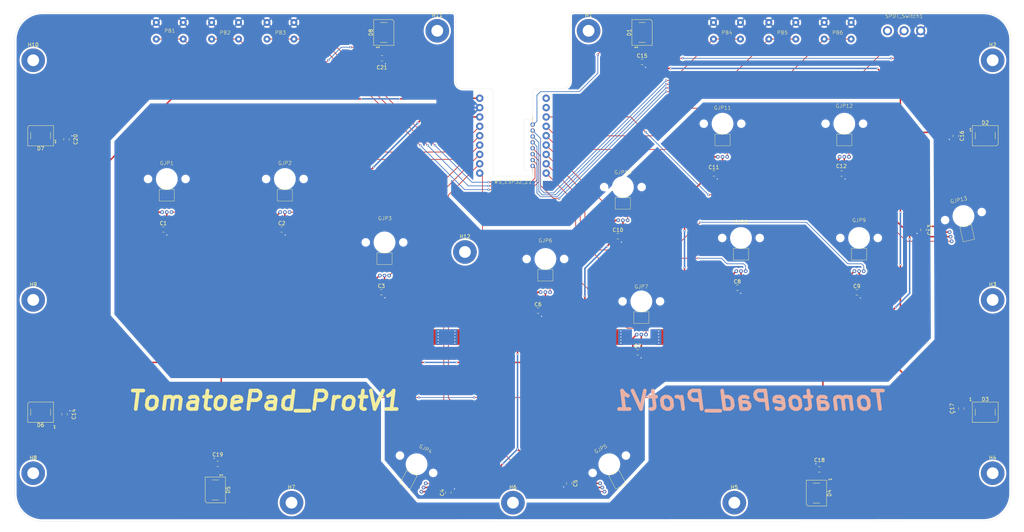
<source format=kicad_pcb>
(kicad_pcb (version 20241229) (generator "pcbnew") (generator_version "9.0")
  (layers (0 "F.Cu" signal) (2 "B.Cu" signal) (13 "F.Paste" user) (15 "B.Paste" user) (5 "F.SilkS" user "F.Silkscreen") (7 "B.SilkS" user "B.Silkscreen") (1 "F.Mask" user) (3 "B.Mask" user) (25 "Edge.Cuts" user))
  (net 0 "")
  (net 1 "+3V3")
  (net 2 "GND")
  (net 3 "+5V")
  (net 4 "Net-(D2-DOUT)")
  (net 5 "/LED_D")
  (net 6 "Net-(D1-DOUT)")
  (net 7 "Net-(D3-DOUT)")
  (net 8 "Net-(D4-DOUT)")
  (net 9 "Net-(D5-DOUT)")
  (net 10 "Net-(D6-DOUT)")
  (net 11 "/HE1")
  (net 12 "/HE2")
  (net 13 "/HE3")
  (net 14 "/HE5")
  (net 15 "/HE7")
  (net 16 "/HE8")
  (net 17 "/HE9")
  (net 18 "/HE10")
  (net 19 "/HE11")
  (net 20 "/HE12")
  (net 21 "/HE13")
  (net 22 "/HE6")
  (net 23 "/HE4")
  (net 24 "/PB1")
  (net 25 "/PB2")
  (net 26 "/PB3")
  (net 27 "/PB4")
  (net 28 "/PB5")
  (net 29 "/PB6")
  (net 30 "/SW1")
  (net 34 "Net-(D7-DOUT)")
  (footprint "Capacitor_SMD:C_0805_2012Metric" (layer "F.Cu") (at 212.946699 194.955699 -90)
    (property "Reference" "C5")
    (property "Value" "C_Small")
  )
  (footprint "HE_Leverless_Library:1P2T_SPDT_Switch" (layer "F.Cu") (at 303.696699 72.196701)
    (property "Reference" "SPDT_Switch1")
    (property "Value" "~")
  )
  (footprint "HE_Leverless_Library:6x6_PushButton" (layer "F.Cu") (at 134.696699 72.196701 180)
    (property "Reference" "PB3")
    (property "Value" "~")
  )
  (footprint "LED_SMD:LED_WS2812B_PLCC4_5.0x5.0mm_P3.2mm" (layer "F.Cu") (at 162.696699 72.655699 90)
    (property "Reference" "D8")
    (property "Value" "WS2812B")
  )
  (footprint "Capacitor_SMD:C_0805_2012Metric" (layer "F.Cu") (at 204.496698 148.096699)
    (property "Reference" "C6")
    (property "Value" "C_Small")
  )
  (footprint "Capacitor_SMD:C_0805_2012Metric" (layer "F.Cu") (at 180.196699 197.455699 90)
    (property "Reference" "C4")
    (property "Value" "C_Small")
  )
  (footprint "Capacitor_SMD:C_0805_2012Metric" (layer "F.Cu") (at 226.146699 127.905699)
    (property "Reference" "C10")
    (property "Value" "C_Small")
  )
  (footprint "HE_Leverless_Library:Gateron_Jade_Pro" (layer "F.Cu") (at 232.496698 145.596699)
    (property "Reference" "GJP7")
    (property "Value" "~")
  )
  (footprint "Capacitor_SMD:C_0805_2012Metric" (layer "F.Cu") (at 76.696699 101.655699 90)
    (property "Reference" "C20")
    (property "Value" "C_Small")
  )
  (footprint "HE_Leverless_Library:Gateron_Jade_Pro" (layer "F.Cu") (at 206.496698 134.096699)
    (property "Reference" "GJP6")
    (property "Value" "~")
  )
  (footprint "HE_Leverless_Library:6x6_PushButton" (layer "F.Cu") (at 270.696699 72.196701 180)
    (property "Reference" "PB5")
    (property "Value" "~")
  )
  (footprint "HE_Leverless_Library:Gateron_Jade_Pro" (layer "F.Cu") (at 135.8967 112.396699)
    (property "Reference" "GJP2")
    (property "Value" "~")
  )
  (footprint "MountingHole:MountingHole_3.2mm_M3_Pad" (layer "F.Cu") (at 257.696699 200.196701)
    (property "Reference" "H5")
    (property "Value" "MountingHole_Pad")
  )
  (footprint "HE_Leverless_Library:Gateron_Jade_Pro_3" (layer "F.Cu") (at 171.58254 189.772644 -27.6)
    (property "Reference" "GJP4")
    (property "Value" "~")
  )
  (footprint "HE_Leverless_Library:Gateron_Jade_Pro_2" (layer "F.Cu") (at 319.774468 122.456664 12.5)
    (property "Reference" "GJP13")
    (property "Value" "~")
  )
  (footprint "Capacitor_SMD:C_0805_2012Metric" (layer "F.Cu") (at 280.746699 191.155699 180)
    (property "Reference" "C18")
    (property "Value" "C_Small")
  )
  (footprint "MountingHole:MountingHole_3.2mm_M3_Pad" (layer "F.Cu") (at 327.696699 192.196701)
    (property "Reference" "H4")
    (property "Value" "MountingHole_Pad")
  )
  (footprint "Capacitor_SMD:C_0805_2012Metric" (layer "F.Cu") (at 252.146699 110.905699)
    (property "Reference" "C11")
    (property "Value" "C_Small")
  )
  (footprint "HE_Leverless_Library:Gateron_Jade_Pro" (layer "F.Cu") (at 103.8967 112.3967)
    (property "Reference" "GJP1")
    (property "Value" "~")
  )
  (footprint "HE_Leverless_Library:6x6_PushButton" (layer "F.Cu") (at 119.696699 72.196701 180)
    (property "Reference" "PB2")
    (property "Value" "~")
  )
  (footprint "Capacitor_SMD:C_0805_2012Metric" (layer "F.Cu") (at 319.196699 174.655699 -90)
    (property "Reference" "C17")
    (property "Value" "C_Small")
  )
  (footprint "MountingHole:MountingHole_3.2mm_M3_Pad" (layer "F.Cu") (at 67.696699 80.196701)
    (property "Reference" "H10")
    (property "Value" "MountingHole_Pad")
  )
  (footprint "Capacitor_SMD:C_0805_2012Metric" (layer "F.Cu") (at 232.696699 80.655699)
    (property "Reference" "C15")
    (property "Value" "C_Small")
  )
  (footprint "Capacitor_SMD:C_0805_2012Metric" (layer "F.Cu") (at 290.896699 143.155699)
    (property "Reference" "C9")
    (property "Value" "C_Small")
  )
  (footprint "HE_Leverless_Library:WS_ESP32_S3_Zero" (layer "F.Cu") (at 197.696699 100.655699)
    (property "Reference" "WS_ESP32_Z1")
    (property "Value" "~")
    (fp_line (start -5.325 -11.75) (end -5.325 10.5) (stroke (width 0.05)) (layer "Edge.Cuts"))
    (fp_line (start 3 -4) (end 3 9) (stroke (width 0.05)) (layer "Edge.Cuts"))
    (fp_line (start 3.5 -4.5) (end 4.675 -4.5) (stroke (width 0.05)) (layer "Edge.Cuts"))
    (fp_line (start 4.675 9.5) (end 3.5 9.5) (stroke (width 0.05)) (layer "Edge.Cuts"))
    (fp_line (start 4.825 11) (end -4.825 11) (stroke (width 0.05)) (layer "Edge.Cuts"))
    (fp_line (start 5.325 -4.5) (end 5.325 -11.75) (stroke (width 0.05)) (layer "Edge.Cuts"))
    (fp_line (start 5.325 9.5) (end 5.325 10.5) (stroke (width 0.05)) (layer "Edge.Cuts"))
    (fp_arc (start -4.825 11) (mid -5.178553 10.853553) (end -5.325 10.5) (stroke (width 0.05)) (layer "Edge.Cuts"))
    (fp_arc (start 3 -4) (mid 3.146447 -4.353553) (end 3.5 -4.5) (stroke (width 0.05)) (layer "Edge.Cuts"))
    (fp_arc (start 3.5 9.5) (mid 3.146447 9.353553) (end 3 9) (stroke (width 0.05)) (layer "Edge.Cuts"))
    (fp_arc (start 4.675 9.5) (mid 5 9.175) (end 5.325 9.5) (stroke (width 0.05)) (layer "Edge.Cuts"))
    (fp_arc (start 5.325 -4.5) (mid 5 -4.175) (end 4.675 -4.5) (stroke (width 0.05)) (layer "Edge.Cuts"))
    (fp_arc (start 5.325 10.5) (mid 5.178553 10.853553) (end 4.825 11) (stroke (width 0.05)) (layer "Edge.Cuts"))
  )
  (footprint "MountingHole:MountingHole_3.2mm_M3_Pad" (layer "F.Cu") (at 137.696699 200.196701)
    (property "Reference" "H7")
    (property "Value" "MountingHole_Pad")
  )
  (footprint "LED_SMD:LED_WS2812B_PLCC4_5.0x5.0mm_P3.2mm" (layer "F.Cu") (at 232.696699 72.655699 90)
    (property "Reference" "D1")
    (property "Value" "WS2812B")
  )
  (footprint "MountingHole:MountingHole_3.2mm_M3_Pad" (layer "F.Cu") (at 67.696699 145.196701)
    (property "Reference" "H9")
    (property "Value" "MountingHole_Pad")
  )
  (footprint "HE_Leverless_Library:Gateron_Jade_Pro" (layer "F.Cu") (at 162.8967 129.596699)
    (property "Reference" "GJP3")
    (property "Value" "~")
  )
  (footprint "LED_SMD:LED_WS2812B_PLCC4_5.0x5.0mm_P3.2mm" (layer "F.Cu") (at 279.946698 197.596699 -90)
    (property "Reference" "D4")
    (property "Value" "WS2812B")
  )
  (footprint "Capacitor_SMD:C_0805_2012Metric" (layer "F.Cu") (at 135.046698 126.096699)
    (property "Reference" "C2")
    (property "Value" "C_Small")
  )
  (footprint "HE_Leverless_Library:Gateron_Jade_Pro" (layer "F.Cu") (at 291.496698 128.3967)
    (property "Reference" "GJP9")
    (property "Value" "~")
  )
  (footprint "Capacitor_SMD:C_0805_2012Metric" (layer "F.Cu") (at 317.696699 100.705699 -90)
    (property "Reference" "C16")
    (property "Value" "C_Small")
  )
  (footprint "MountingHole:MountingHole_3.2mm_M3_Pad" (layer "F.Cu") (at 327.696699 80.196701)
    (property "Reference" "H2")
    (property "Value" "MountingHole_Pad")
  )
  (footprint "HE_Leverless_Library:6x6_PushButton" (layer "F.Cu") (at 104.696699 72.196701 180)
    (property "Reference" "PB1")
    (property "Value" "~")
  )
  (footprint "MountingHole:MountingHole_3.2mm_M3_Pad" (layer "F.Cu") (at 327.696699 145.196701)
    (property "Reference" "H3")
    (property "Value" "MountingHole_Pad")
  )
  (footprint "Capacitor_SMD:C_0805_2012Metric" (layer "F.Cu") (at 117.696699 189.655699 180)
    (property "Reference" "C19")
    (property "Value" "C_Small")
  )
  (footprint "HE_Leverless_Library:Gateron_Jade_Pro" (layer "F.Cu") (at 287.496698 97.3967)
    (property "Reference" "GJP12")
    (property "Value" "~")
  )
  (footprint "LED_SMD:LED_WS2812B_PLCC4_5.0x5.0mm_P3.2mm" (layer "F.Cu") (at 117.046698 196.746699 -90)
    (property "Reference" "D5")
    (property "Value" "WS2812B")
  )
  (footprint "MountingHole:MountingHole_3.2mm_M3_Pad" (layer "F.Cu") (at 177.196699 72.196701)
    (property "Reference" "H11")
    (property "Value" "MountingHole_Pad")
  )
  (footprint "LED_SMD:LED_WS2812B_PLCC4_5.0x5.0mm_P3.2mm" (layer "F.Cu") (at 325.696699 100.655699)
    (property "Reference" "D2")
    (property "Value" "WS2812B")
  )
  (footprint "LED_SMD:LED_WS2812B_PLCC4_5.0x5.0mm_P3.2mm" (layer "F.Cu") (at 69.696699 100.655699 180)
    (property "Reference" "D7")
    (property "Value" "WS2812B")
  )
  (footprint "HE_Leverless_Library:Gateron_Jade_Pro" (layer "F.Cu") (at 254.496698 97.396699)
    (property "Reference" "GJP11")
    (property "Value" "~")
  )
  (footprint "Capacitor_SMD:C_0805_2012Metric" (layer "F.Cu") (at 258.496699 141.905699)
    (property "Reference" "C8")
    (property "Value" "C_Small")
  )
  (footprint "Capacitor_SMD:C_0805_2012Metric" (layer "F.Cu") (at 102.946698 126.096699)
    (property "Reference" "C1")
    (property "Value" "C_Small")
  )
  (footprint "Capacitor_SMD:C_0805_2012Metric" (layer "F.Cu") (at 162.196699 79.655699)
    (property "Reference" "C21")
    (property "Value" "C_Small")
  )
  (footprint "Capacitor_SMD:C_0805_2012Metric" (layer "F.Cu") (at 286.746699 110.905699)
    (property "Reference" "C12")
    (property "Value" "C_Small")
  )
  (footprint "MountingHole:MountingHole_3.2mm_M3_Pad" (layer "F.Cu") (at 197.696699 200.196701)
    (property "Reference" "H6")
    (property "Value" "MountingHole_Pad")
  )
  (footprint "HE_Leverless_Library:6x6_PushButton" (layer "F.Cu") (at 285.696699 72.196701 180)
    (property "Reference" "PB6")
    (property "Value" "~")
  )
  (footprint "Capacitor_SMD:C_0805_2012Metric" (layer "F.Cu") (at 76.196699 176.205699 90)
    (property "Reference" "C14")
    (property "Value" "C_Small")
  )
  (footprint "LED_SMD:LED_WS2812B_PLCC4_5.0x5.0mm_P3.2mm" (layer "F.Cu") (at 325.696699 175.655699)
    (property "Reference" "D3")
    (property "Value" "WS2812B")
  )
  (footprint "LED_SMD:LED_WS2812B_PLCC4_5.0x5.0mm_P3.2mm" (layer "F.Cu") (at 69.696699 175.655699 180)
    (property "Reference" "D6")
    (property "Value" "WS2812B")
  )
  (footprint "Capacitor_SMD:C_0805_2012Metric" (layer "F.Cu") (at 162.046698 143.096699)
    (property "Reference" "C3")
    (property "Value" "C_Small")
  )
  (footprint "MountingHole:MountingHole_3.2mm_M3_Pad" (layer "F.Cu") (at 184.696699 132.196701)
    (property "Reference" "H12")
    (property "Value" "MountingHole_Pad")
  )
  (footprint "HE_Leverless_Library:Gateron_Jade_Pro" (layer "F.Cu") (at 227.496698 114.596699)
    (property "Reference" "GJP10")
    (property "Value" "~")
  )
  (footprint "MountingHole:MountingHole_3.2mm_M3_Pad" (layer "F.Cu") (at 218.196699 72.196701)
    (property "Reference" "H1")
    (property "Value" "MountingHole_Pad")
  )
  (footprint "HE_Leverless_Library:6x6_PushButton" (layer "F.Cu") (at 255.696699 72.196701 180)
    (property "Reference" "PB4")
    (property "Value" "~")
  )
  (footprint "HE_Leverless_Library:Gateron_Jade_Pro" (layer "F.Cu") (at 259.496698 128.396699)
    (property "Reference" "GJP8")
    (property "Value" "~")
  )
  (footprint "MountingHole:MountingHole_3.2mm_M3_Pad" (layer "F.Cu") (at 67.696699 192.196701)
    (property "Reference" "H8")
    (property "Value" "MountingHole_Pad")
  )
  (footprint "Capacitor_SMD:C_0805_2012Metric" (layer "F.Cu") (at 231.496699 159.405699)
    (property "Reference" "C7")
    (property "Value" "C_Small")
  )
  (footprint "Capacitor_SMD:C_0805_2012Metric" (layer "F.Cu") (at 308.946699 126.205699 -90)
    (property "Reference" "C13")
    (property "Value" "C_Small")
  )
  (footprint "HE_Leverless_Library:Gateron_Jade_Pro_2" (layer "F.Cu") (at 223.810858 189.772644 27.6)
    (property "Reference" "GJP5")
    (property "Value" "~")
  )
  (gr_arc (start 203.021699 88.905699) (mid 203.314592 88.198592) (end 204.021699 87.905699) (stroke (width 0.05)) (layer "Edge.Cuts"))
  (gr_arc (start 325.196699 67.196701) (mid 330.499999 69.393399) (end 332.696699 74.696699) (stroke (width 0.05)) (layer "Edge.Cuts"))
  (gr_line (start 70.196699 205.196701) (end 325.196699 205.155699) (stroke (width 0.05)) (layer "Edge.Cuts"))
  (gr_line (start 70.1967 67.196701) (end 181.196697 67.196687) (stroke (width 0.05)) (layer "Edge.Cuts"))
  (gr_line (start 214.196699 67.196701) (end 325.1967 67.196701) (stroke (width 0.05)) (layer "Edge.Cuts"))
  (gr_arc (start 213.196699 68.196701) (mid 213.489592 67.489594) (end 214.196699 67.196701) (stroke (width 0.05)) (layer "Edge.Cuts"))
  (gr_arc (start 332.696699 197.655698) (mid 330.5 202.958999) (end 325.196699 205.155699) (stroke (width 0.05)) (layer "Edge.Cuts"))
  (gr_line (start 204.0217 87.905699) (end 211.1967 87.905698) (stroke (width 0.05)) (layer "Edge.Cuts"))
  (gr_line (start 62.696699 197.6967) (end 62.696699 74.696701) (stroke (width 0.05)) (layer "Edge.Cuts"))
  (gr_arc (start 70.196699 205.196701) (mid 64.893398 203.000001) (end 62.696699 197.6967) (stroke (width 0.05)) (layer "Edge.Cuts"))
  (gr_arc (start 213.1967 85.905698) (mid 212.610914 87.319912) (end 211.1967 87.905698) (stroke (width 0.05)) (layer "Edge.Cuts"))
  (gr_arc (start 181.196697 67.196687) (mid 181.903804 67.48958) (end 182.196697 68.196687) (stroke (width 0.05)) (layer "Edge.Cuts"))
  (gr_circle (center 103.8967 112.3967) (end 103.9067 112.3967) (stroke (width 0.0001)) (fill yes) (layer "Edge.Cuts"))
  (gr_line (start 332.696699 74.6967) (end 332.696699 197.6557) (stroke (width 0.05)) (layer "Edge.Cuts"))
  (gr_line (start 213.196698 85.905698) (end 213.196699 68.196701) (stroke (width 0.05)) (layer "Edge.Cuts"))
  (gr_arc (start 191.371699 87.905699) (mid 192.078806 88.198592) (end 192.371699 88.905699) (stroke (width 0.05)) (layer "Edge.Cuts"))
  (gr_arc (start 184.1967 87.905699) (mid 182.782486 87.319913) (end 182.1967 85.905699) (stroke (width 0.05)) (layer "Edge.Cuts"))
  (gr_line (start 182.1967 85.905699) (end 182.196697 68.196687) (stroke (width 0.05)) (layer "Edge.Cuts"))
  (gr_arc (start 62.696699 74.696701) (mid 64.893398 69.393399) (end 70.1967 67.196701) (stroke (width 0.05)) (layer "Edge.Cuts"))
  (gr_line (start 184.1967 87.905699) (end 191.3717 87.905699) (stroke (width 0.05)) (layer "Edge.Cuts"))
  (gr_text "TomatoePad_ProtV1" (at 92.946699 175.446701 0) (layer "F.SilkS") (effects (font (size 5 5) (thickness 1) (bold yes) (italic yes)) (justify left bottom)))
  (gr_text "TomatoePad_ProtV1" (at 299.696699 175.446701 0) (layer "B.SilkS") (effects (font (size 5 5) (thickness 1) (bold yes) (italic yes)) (justify left bottom mirror)))
  (segment (start 176.351491 198.405699) (end 180.196699 198.405699) (width 0.4) (layer "F.Cu") (net 1))
  (segment (start 303.196699 125.405699) (end 293.196699 115.405699) (width 0.4) (layer "F.Cu") (net 1))
  (segment (start 217.196699 144.155699) (end 217.196699 154.905699) (width 0.4) (layer "F.Cu") (net 1))
  (segment (start 305.196699 125.405699) (end 303.196699 125.405699) (width 0.4) (layer "F.Cu") (net 1))
  (segment (start 160.496698 139.596699) (end 160.496698 142.496699) (width 0.4) (layer "F.Cu") (net 1))
  (segment (start 258.205699 137.396699) (end 257.546699 138.055699) (width 0.4) (layer "F.Cu") (net 1))
  (segment (start 160.496698 142.496699) (end 161.096698 143.096699) (width 0.4) (layer "F.Cu") (net 1))
  (segment (start 290.226698 137.3967) (end 290.205698 137.3967) (width 0.4) (layer "F.Cu") (net 1))
  (segment (start 289.946699 150.655699) (end 285.446699 155.155699) (width 0.4) (layer "F.Cu") (net 1))
  (segment (start 198.946699 159.905699) (end 198.946699 155.905699) (width 0.4) (layer "F.Cu") (net 1))
  (segment (start 257.546699 138.055699) (end 257.546699 141.905699) (width 0.4) (layer "F.Cu") (net 1))
  (segment (start 290.205698 137.3967) (end 289.446699 138.155699) (width 0.4) (layer "F.Cu") (net 1))
  (segment (start 173.526699 95.575699) (end 173.446699 95.655699) (width 0.4) (layer "F.Cu") (net 1))
  (segment (start 133.496698 125.496699) (end 134.096698 126.096699) (width 0.4) (layer "F.Cu") (net 1))
  (segment (start 161.096698 143.096699) (end 161.096698 154.305698) (width 0.4) (layer "F.Cu") (net 1))
  (segment (start 308.946699 125.255699) (end 305.346699 125.255699) (width 0.4) (layer "F.Cu") (net 1))
  (segment (start 101.696697 121.3967) (end 101.496698 121.596699) (width 0.4) (layer "F.Cu") (net 1))
  (segment (start 134.096698 126.096699) (end 134.096698 154.0057) (width 0.4) (layer "F.Cu") (net 1))
  (segment (start 258.226698 137.396699) (end 258.205699 137.396699) (width 0.4) (layer "F.Cu") (net 1))
  (segment (start 285.796699 107.305699) (end 285.796699 110.905699) (width 0.4) (layer "F.Cu") (net 1))
  (segment (start 286.226698 106.8757) (end 285.796699 107.305699) (width 0.4) (layer "F.Cu") (net 1))
  (segment (start 257.546699 141.905699) (end 257.546699 155.055699) (width 0.4) (layer "F.Cu") (net 1))
  (segment (start 316.028059 126.810744) (end 313.710743 126.810744) (width 0.4) (layer "F.Cu") (net 1))
  (segment (start 230.546699 158.405699) (end 230.196699 158.055699) (width 0.4) (layer "F.Cu") (net 1))
  (segment (start 173.446699 95.655699) (end 171.946699 97.155699) (width 0.4) (layer "F.Cu") (net 1))
  (segment (start 218.196699 159.405699) (end 218.196699 155.905699) (width 0.4) (layer "F.Cu") (net 1))
  (segment (start 101.996698 148.955698) (end 107.196699 154.155699) (width 0.4) (layer "F.Cu") (net 1))
  (segment (start 312.155698 125.255699) (end 308.946699 125.255699) (width 0.4) (layer "F.Cu") (net 1))
  (segment (start 188.696699 95.575699) (end 173.526699 95.575699) (width 0.4) (layer "F.Cu") (net 1))
  (segment (start 244.196699 136.405699) (end 244.196699 155.405699) (width 0.4) (layer "F.Cu") (net 1))
  (segment (start 301.446699 147.155699) (end 293.196699 155.405699) (width 0.4) (layer "F.Cu") (net 1))
  (segment (start 251.196699 110.905699) (end 245.946699 116.155699) (width 0.4) (layer "F.Cu") (net 1))
  (segment (start 102.6267 121.3967) (end 101.696697 121.3967) (width 0.4) (layer "F.Cu") (net 1))
  (segment (start 161.496698 138.596699) (end 160.496698 139.596699) (width 0.4) (layer "F.Cu") (net 1))
  (segment (start 225.196699 123.896698) (end 225.196699 127.905699) (width 0.4) (layer "F.Cu") (net 1))
  (segment (start 293.196699 115.405699) (end 287.446699 115.405699) (width 0.4) (layer "F.Cu") (net 1))
  (segment (start 230.546699 159.405699) (end 218.196699 159.405699) (width 0.4) (layer "F.Cu") (net 1))
  (segment (start 289.446699 138.155699) (end 289.446699 142.655699) (width 0.4) (layer "F.Cu") (net 1))
  (segment (start 180.196699 198.405699) (end 186.196699 198.405699) (width 0.4) (layer "F.Cu") (net 1))
  (segment (start 225.196699 127.905699) (end 225.196699 128.655699) (width 0.4) (layer "F.Cu") (net 1))
  (segment (start 194.696699 189.905699) (end 194.946699 189.655699) (width 0.4) (layer "F.Cu") (net 1))
  (segment (start 204.496698 143.096699) (end 203.546698 144.046699) (width 0.4) (layer "F.Cu") (net 1))
  (segment (start 289.446699 142.655699) (end 289.946699 143.155699) (width 0.4) (layer "F.Cu") (net 1))
  (segment (start 159.946699 109.155699) (end 151.696699 117.405699) (width 0.4) (layer "F.Cu") (net 1))
  (segment (start 172.888566 197.203303) (end 175.149095 197.203303) (width 0.4) (layer "F.Cu") (net 1))
  (segment (start 305.346699 125.255699) (end 305.196699 125.405699) (width 0.4) (layer "F.Cu") (net 1))
  (segment (start 293.196699 155.405699) (end 287.946699 155.405699) (width 0.4) (layer "F.Cu") (net 1))
  (segment (start 253.226698 106.396699) (end 252.196698 106.396699) (width 0.4) (layer "F.Cu") (net 1))
  (segment (start 289.946699 143.155699) (end 289.946699 150.655699) (width 0.4) (layer "F.Cu") (net 1))
  (segment (start 286.226698 106.3967) (end 286.226698 106.8757) (width 0.4) (layer "F.Cu") (net 1))
  (segment (start 285.796699 113.755699) (end 285.796699 110.905699) (width 0.4) (layer "F.Cu") (net 1))
  (segment (start 101.496698 125.596699) (end 101.996698 126.096699) (width 0.4) (layer "F.Cu") (net 1))
  (segment (start 245.946699 116.155699) (end 244.196699 117.905699) (width 0.4) (layer "F.Cu") (net 1))
  (segment (start 133.496698 122.526701) (end 133.496698 125.496699) (width 0.4) (layer "F.Cu") (net 1))
  (segment (start 101.996698 126.096699) (end 101.996698 148.955698) (width 0.4) (layer "F.Cu") (net 1))
  (segment (start 186.196699 198.405699) (end 194.696699 189.905699) (width 0.4) (layer "F.Cu") (net 1))
  (segment (start 212.946699 194.005699) (end 207.296699 194.005699) (width 0.4) (layer "F.Cu") (net 1))
  (segment (start 226.226698 123.596699) (end 225.496698 123.596699) (width 0.4) (layer "F.Cu") (net 1))
  (segment (start 225.496698 123.596699) (end 225.196699 123.896698) (width 0.4) (layer "F.Cu") (net 1))
  (segment (start 207.296699 194.005699) (end 198.946699 185.655699) (width 0.4) (layer "F.Cu") (net 1))
  (segment (start 151.696699 117.405699) (end 151.696699 154.155699) (width 0.4) (layer "F.Cu") (net 1))
  (segment (start 231.226697 154.596699) (end 231.226698 154.596699) (width 0.4) (layer "F.Cu") (net 1))
  (segment (start 230.546699 159.405699) (end 230.546699 158.405699) (width 0.4) (layer "F.Cu") (net 1))
  (segment (start 218.196699 194.952346) (end 221.32806 194.952346) (width 0.4) (layer "F.Cu") (net 1))
  (segment (start 203.546698 144.046699) (end 203.546698 148.096699) (width 0.4) (layer "F.Cu") (net 1))
  (segment (start 218.196699 194.952346) (end 217.250052 194.005699) (width 0.4) (layer "F.Cu") (net 1))
  (segment (start 161.6267 138.596699) (end 161.496698 138.596699) (width 0.4) (layer "F.Cu") (net 1))
  (segment (start 313.710743 126.810744) (end 312.155698 125.255699) (width 0.4) (layer "F.Cu") (net 1))
  (segment (start 230.196699 155.626697) (end 231.226697 154.596699) (width 0.4) (layer "F.Cu") (net 1))
  (segment (start 134.6267 121.396699) (end 133.496698 122.526701) (width 0.4) (layer "F.Cu") (net 1))
  (segment (start 252.196698 106.396699) (end 251.196699 107.396698) (width 0.4) (layer "F.Cu") (net 1))
  (segment (start 251.196699 107.396698) (end 251.196699 110.905699) (width 0.4) (layer "F.Cu") (net 1))
  (segment (start 305.196699 125.405699) (end 305.196699 128.655699) (width 0.4) (layer "F.Cu") (net 1))
  (segment (start 225.196699 128.655699) (end 223.196699 130.655699) (width 0.4) (layer "F.Cu") (net 1))
  (segment (start 175.149095 197.203303) (end 176.351491 198.405699) (width 0.4) (layer "F.Cu") (net 1))
  (segment (start 217.250052 194.005699) (end 212.946699 194.005699) (width 0.4) (layer "F.Cu") (net 1))
  (segment (start 205.226698 143.096699) (end 204.496698 143.096699) (width 0.4) (layer "F.Cu") (net 1))
  (segment (start 101.496698 121.596699) (end 101.496698 125.596699) (width 0.4) (layer "F.Cu") (net 1))
  (segment (start 244.196699 117.905699) (end 244.196699 126.405699) (width 0.4) (layer "F.Cu") (net 1))
  (segment (start 230.196699 158.055699) (end 230.196699 155.626697) (width 0.4) (layer "F.Cu") (net 1))
  (segment (start 203.546698 148.096699) (end 203.546698 154.3057) (width 0.4) (layer "F.Cu") (net 1))
  (segment (start 287.446699 115.405699) (end 285.796699 113.755699) (width 0.4) (layer "F.Cu") (net 1))
  (via (at 177.446699 156.093199) (size 0.5) (drill 0.3) (layers "F.Cu" "B.Cu") (net 1))
  (via (at 181.946699 156.905699) (size 0.5) (drill 0.3) (layers "F.Cu" "B.Cu") (net 1))
  (via (at 181.946699 155.280699) (size 0.5) (drill 0.3) (layers "F.Cu" "B.Cu") (net 1))
  (via (at 237.196699 155.280699) (size 0.5) (drill 0.3) (layers "F.Cu" "B.Cu") (net 1))
  (via (at 226.946699 156.905699) (size 0.5) (drill 0.3) (layers "F.Cu" "B.Cu") (net 1))
  (via (at 194.946699 189.655699) (size 0.5) (drill 0.3) (layers "F.Cu" "B.Cu") (net 1))
  (via (at 181.946699 153.655699) (size 0.5) (drill 0.3) (layers "F.Cu" "B.Cu") (net 1))
  (via (at 177.446699 154.468199) (size 0.5) (drill 0.3) (layers "F.Cu" "B.Cu") (net 1))
  (via (at 305.196699 128.655699) (size 0.6) (drill 0.3) (layers "F.Cu" "B.Cu") (net 1))
  (via (at 177.446699 156.905699) (size 0.5) (drill 0.3) (layers "F.Cu" "B.Cu") (net 1))
  (via (at 177.446699 155.280699) (size 0.5) (drill 0.3) (layers "F.Cu" "B.Cu") (net 1))
  (via (at 198.946699 185.655699) (size 0.6) (drill 0.3) (layers "F.Cu" "B.Cu") (net 1))
  (via (at 223.196699 130.655699) (size 0.6) (drill 0.3) (layers "F.Cu" "B.Cu") (net 1))
  (via (at 226.946699 155.280699) (size 0.5) (drill 0.3) (layers "F.Cu" "B.Cu") (net 1))
  (via (at 181.946699 154.468199) (size 0.5) (drill 0.3) (layers "F.Cu" "B.Cu") (net 1))
  (via (at 171.946699 97.155699) (size 0.6) (drill 0.3) (layers "F.Cu" "B.Cu") (net 1))
  (via (at 244.196699 136.405699) (size 0.6) (drill 0.3) (layers "F.Cu" "B.Cu") (net 1))
  (via (at 237.196699 156.093199) (size 0.5) (drill 0.3) (layers "F.Cu" "B.Cu") (net 1))
  (via (at 226.946699 153.655699) (size 0.5) (drill 0.3) (layers "F.Cu" "B.Cu") (net 1))
  (via (at 159.946699 109.155699) (size 0.6) (drill 0.3) (layers "F.Cu" "B.Cu") (net 1))
  (via (at 244.196699 126.405699) (size 0.6) (drill 0.3) (layers "F.Cu" "B.Cu") (net 1))
  (via (at 301.446699 147.155699) (size 0.6) (drill 0.3) (layers "F.Cu" "B.Cu") (net 1))
  (via (at 226.946699 154.468199) (size 0.5) (drill 0.3) (layers "F.Cu" "B.Cu") (net 1))
  (via (at 181.946699 156.093199) (size 0.5) (drill 0.3) (layers "F.Cu" "B.Cu") (net 1))
  (via (at 237.196699 154.468199) (size 0.5) (drill 0.3) (layers "F.Cu" "B.Cu") (net 1))
  (via (at 237.196699 156.905699) (size 0.5) (drill 0.3) (layers "F.Cu" "B.Cu") (net 1))
  (via (at 198.946699 159.905699) (size 0.5) (drill 0.3) (layers "F.Cu" "B.Cu") (net 1))
  (via (at 177.446699 153.655699) (size 0.5) (drill 0.3) (layers "F.Cu" "B.Cu") (net 1))
  (via (at 237.196699 153.655699) (size 0.5) (drill 0.3) (layers "F.Cu" "B.Cu") (net 1))
  (via (at 226.946699 156.093199) (size 0.5) (drill 0.3) (layers "F.Cu" "B.Cu") (net 1))
  (via (at 217.196699 144.155699) (size 0.6) (drill 0.3) (layers "F.Cu" "B.Cu") (net 1))
  (segment (start 198.946699 185.655699) (end 198.946699 159.905699) (width 0.4) (layer "B.Cu") (net 1))
  (segment (start 244.196699 126.405699) (end 244.196699 136.405699) (width 0.4) (layer "B.Cu") (net 1))
  (segment (start 194.946699 189.655699) (end 198.946699 185.655699) (width 0.4) (layer "B.Cu") (net 1))
  (segment (start 217.196699 136.655699) (end 217.196699 144.155699) (width 0.4) (layer "B.Cu") (net 1))
  (segment (start 305.196699 128.655699) (end 305.196699 143.405699) (width 0.4) (layer "B.Cu") (net 1))
  (segment (start 171.946699 97.155699) (end 159.946699 109.155699) (width 0.4) (layer "B.Cu") (net 1))
  (segment (start 305.196699 143.405699) (end 301.446699 147.155699) (width 0.4) (layer "B.Cu") (net 1))
  (segment (start 223.196699 130.655699) (end 217.196699 136.655699) (width 0.4) (layer "B.Cu") (net 1))
  (segment (start 316.302937 128.05064) (end 309.84164 128.05064) (width 0.4) (layer "F.Cu") (net 2))
  (segment (start 76.196699 175.255699) (end 77.596699 175.255699) (width 0.4) (layer "F.Cu") (net 2))
  (segment (start 212.946699 195.905699) (end 211.446699 195.905699) (width 0.4) (layer "F.Cu") (net 2))
  (segment (start 76.696699 100.705699) (end 76.146699 100.155699) (width 0.4) (layer "F.Cu") (net 2))
  (segment (start 233.646699 80.655699) (end 233.146761 80.155761) (width 0.4) (layer "F.Cu") (net 2))
  (segment (start 205.446698 148.096699) (end 205.446699 149.655699) (width 0.4) (layer "F.Cu") (net 2))
  (segment (start 320.146699 175.605699) (end 320.696699 176.155699) (width 0.4) (layer "F.Cu") (net 2))
  (segment (start 317.696699 101.655699) (end 315.946699 101.655699) (width 0.4) (layer "F.Cu") (net 2))
  (segment (start 253.096699 112.405699) (end 253.096699 112.505699) (width 0.4) (layer "F.Cu") (net 2))
  (segment (start 227.496698 123.596699) (end 227.496698 126.296702) (width 0.4) (layer "F.Cu") (net 2))
  (segment (start 287.696699 110.905699) (end 287.696699 112.405699) (width 0.4) (layer "F.Cu") (net 2))
  (segment (start 309.84164 128.05064) (end 308.946699 127.155699) (width 0.4) (layer "F.Cu") (net 2))
  (segment (start 259.496698 137.396699) (end 259.496698 141.8557) (width 0.4) (layer "F.Cu") (net 2))
  (segment (start 177.118825 196.077825) (end 177.546699 196.505699) (width 0.4) (layer "F.Cu") (net 2))
  (segment (start 163.146699 79.655699) (end 163.146699 71.405699) (width 0.4) (layer "F.Cu") (net 2))
  (segment (start 233.646699 80.655699) (end 233.646699 82.105699) (width 0.4) (layer "F.Cu") (net 2))
  (segment (start 292.196699 142.805699) (end 291.846699 143.155699) (width 0.4) (layer "F.Cu") (net 2))
  (segment (start 76.696699 100.705699) (end 78.196699 100.705699) (width 0.4) (layer "F.Cu") (net 2))
  (segment (start 103.8967 121.3967) (end 103.8967 126.096697) (width 0.4) (layer "F.Cu") (net 2))
  (segment (start 259.446699 141.905699) (end 259.446699 143.405699) (width 0.4) (layer "F.Cu") (net 2))
  (segment (start 279.796699 191.155699) (end 279.796699 189.655699) (width 0.4) (layer "F.Cu") (net 2))
  (segment (start 326.996699 176.155699) (end 328.146699 177.305699) (width 0.4) (layer "F.Cu") (net 2))
  (segment (start 103.8967 126.096697) (end 103.896698 126.096699) (width 0.4) (layer "F.Cu") (net 2))
  (segment (start 259.496698 141.8557) (end 259.446699 141.905699) (width 0.4) (layer "F.Cu") (net 2))
  (segment (start 221.916446 196.077825) (end 214.231902 196.077825) (width 0.4) (layer "F.Cu") (net 2))
  (segment (start 326.996761 101.155761) (end 328.146699 102.305699) (width 0.4) (layer "F.Cu") (net 2))
  (segment (start 287.496698 108.096699) (end 287.696699 108.2967) (width 0.4) (layer "F.Cu") (net 2))
  (segment (start 163.146699 71.405699) (end 164.346699 70.205699) (width 0.4) (layer "F.Cu") (net 2))
  (segment (start 253.096699 110.905699) (end 253.096699 112.405699) (width 0.4) (layer "F.Cu") (net 2))
  (segment (start 233.146761 80.155761) (end 233.146761 71.405637) (width 0.4) (layer "F.Cu") (net 2))
  (segment (start 308.946699 127.155699) (end 307.196699 127.155699) (width 0.4) (layer "F.Cu") (net 2))
  (segment (start 232.496698 154.596699) (end 232.496698 159.3557) (width 0.4) (layer "F.Cu") (net 2))
  (segment (start 232.496698 159.3557) (end 232.446699 159.405699) (width 0.4) (layer "F.Cu") (net 2))
  (segment (start 135.996698 126.096699) (end 135.996698 127.6057) (width 0.4) (layer "F.Cu") (net 2))
  (segment (start 320.696699 176.155699) (end 326.996699 176.155699) (width 0.4) (layer "F.Cu") (net 2))
  (segment (start 162.8967 142.996701) (end 162.996698 143.096699) (width 0.4) (layer "F.Cu") (net 2))
  (segment (start 227.096699 127.905699) (end 227.096699 129.505699) (width 0.4) (layer "F.Cu") (net 2))
  (segment (start 76.196699 175.255699) (end 68.496699 175.255699) (width 0.4) (layer "F.Cu") (net 2))
  (segment (start 116.746699 197.846698) (end 115.396698 199.196699) (width 0.4) (layer "F.Cu") (net 2))
  (segment (start 116.746699 189.655699) (end 116.746699 197.846698) (width 0.4) (layer "F.Cu") (net 2))
  (segment (start 254.496698 108.296702) (end 253.096699 109.696701) (width 0.4) (layer "F.Cu") (net 2))
  (segment (start 162.8967 138.596699) (end 162.8967 142.996701) (width 0.4) (layer "F.Cu") (net 2))
  (segment (start 173.476952 196.077825) (end 177.118825 196.077825) (width 0.4) (layer "F.Cu") (net 2))
  (segment (start 232.446699 159.405699) (end 232.446699 160.905699) (width 0.4) (layer "F.Cu") (net 2))
  (segment (start 206.496698 147.046699) (end 205.446698 148.096699) (width 0.4) (layer "F.Cu") (net 2))
  (segment (start 214.231902 196.077825) (end 214.059776 195.905699) (width 0.4) (layer "F.Cu") (net 2))
  (segment (start 76.146699 100.155699) (end 68.396699 100.155699) (width 0.4) (layer "F.Cu") (net 2))
  (segment (start 291.496698 137.3967) (end 291.496698 138.1057) (width 0.4) (layer "F.Cu") (net 2))
  (segment (start 214.059776 195.905699) (end 212.946699 195.905699) (width 0.4) (layer "F.Cu") (net 2))
  (segment (start 253.096699 109.696701) (end 253.096699 110.905699) (width 0.4) (layer "F.Cu") (net 2))
  (segment (start 291.496698 138.1057) (end 292.196699 138.805701) (width 0.4) (layer "F.Cu") (net 2))
  (segment (start 163.146699 79.655699) (end 163.146699 81.155699) (width 0.4) (layer "F.Cu") (net 2))
  (segment (start 116.746699 189.655699) (end 116.746699 188.155699) (width 0.4) (layer "F.Cu") (net 2))
  (segment (start 135.8967 125.996701) (end 135.996698 126.096699) (width 0.4) (layer "F.Cu") (net 2))
  (segment (start 292.196699 138.805701) (end 292.196699 142.805699) (width 0.4) (layer "F.Cu") (net 2))
  (segment (start 162.996698 143.096699) (end 162.996698 144.6057) (width 0.4) (layer "F.Cu") (net 2))
  (segment (start 287.696699 108.2967) (end 287.696699 110.905699) (width 0.4) (layer "F.Cu") (net 2))
  (segment (start 291.846699 143.155699) (end 291.846699 144.655699) (width 0.4) (layer "F.Cu") (net 2))
  (segment (start 279.696699 191.255699) (end 279.696699 198.646698) (width 0.4) (layer "F.Cu") (net 2))
  (segment (start 319.196699 175.605699) (end 317.496699 175.605699) (width 0.4) (layer "F.Cu") (net 2))
  (segment (start 318.196637 101.155761) (end 326.996761 101.155761) (width 0.4) (layer "F.Cu") (net 2))
  (segment (start 319.196699 175.605699) (end 320.146699 175.605699) (width 0.4) (layer "F.Cu") (net 2))
  (segment (start 254.496698 106.396699) (end 254.496698 108.296702) (width 0.4) (layer "F.Cu") (net 2))
  (segment (start 279.696699 198.646698) (end 278.296698 200.046699) (width 0.4) (layer "F.Cu") (net 2))
  (segment (start 287.496698 106.3967) (end 287.496698 108.096699) (width 0.4) (layer "F.Cu") (net 2))
  (segment (start 103.896698 126.096699) (end 103.896698 127.605698) (width 0.4) (layer "F.Cu") (net 2))
  (segment (start 233.146761 71.405637) (end 234.346699 70.205699) (width 0.4) (layer "F.Cu") (net 2))
  (segment (start 135.8967 121.396699) (end 135.8967 125.996701) (width 0.4) (layer "F.Cu") (net 2))
  (segment (start 317.696699 101.655699) (end 318.196637 101.155761) (width 0.4) (layer "F.Cu") (net 2))
  (segment (start 177.546699 196.505699) (end 180.196699 196.505699) (width 0.4) (layer "F.Cu") (net 2))
  (segment (start 227.096699 126.696701) (end 227.096699 127.905699) (width 0.4) (layer "F.Cu") (net 2))
  (segment (start 227.496698 126.296702) (end 227.096699 126.696701) (width 0.4) (layer "F.Cu") (net 2))
  (segment (start 206.496698 143.096699) (end 206.496698 147.046699) (width 0.4) (layer "F.Cu") (net 2))
  (segment (start 68.396699 100.155699) (end 67.246699 99.005699) (width 0.4) (layer "F.Cu") (net 2))
  (segment (start 279.796699 191.155699) (end 279.696699 191.255699) (width 0.4) (layer "F.Cu") (net 2))
  (segment (start 180.196699 196.505699) (end 181.846699 196.505699) (width 0.4) (layer "F.Cu") (net 2))
  (segment (start 68.496699 175.255699) (end 67.246699 174.005699) (width 0.4) (layer "F.Cu") (net 2))
  (via (at 77.596699 175.255699) (size 0.5) (drill 0.3) (layers "F.Cu" "B.Cu") (net 2))
  (via (at 227.096699 129.505699) (size 0.5) (drill 0.3) (layers "F.Cu" "B.Cu") (net 2))
  (via (at 279.796699 189.655699) (size 0.5) (drill 0.3) (layers "F.Cu" "B.Cu") (net 2))
  (via (at 205.446699 149.655699) (size 0.5) (drill 0.3) (layers "F.Cu" "B.Cu") (net 2))
  (via (at 253.096699 112.405699) (size 0.5) (drill 0.3) (layers "F.Cu" "B.Cu") (net 2))
  (via (at 287.696699 112.405699) (size 0.5) (drill 0.3) (layers "F.Cu" "B.Cu") (net 2))
  (via (at 181.846699 196.505699) (size 0.5) (drill 0.3) (layers "F.Cu" "B.Cu") (net 2))
  (via (at 116.746699 188.155699) (size 0.5) (drill 0.3) (layers "F.Cu" "B.Cu") (net 2))
  (via (at 232.446699 160.905699) (size 0.5) (drill 0.3) (layers "F.Cu" "B.Cu") (net 2))
  (via (at 315.946699 101.655699) (size 0.5) (drill 0.3) (layers "F.Cu" "B.Cu") (net 2))
  (via (at 233.646699 82.105699) (size 0.5) (drill 0.3) (layers "F.Cu" "B.Cu") (net 2))
  (via (at 317.496699 175.605699) (size 0.5) (drill 0.3) (layers "F.Cu" "B.Cu") (net 2))
  (via (at 103.896698 127.605698) (size 0.5) (drill 0.3) (layers "F.Cu" "B.Cu") (net 2))
  (via (at 162.996698 144.6057) (size 0.5) (drill 0.3) (layers "F.Cu" "B.Cu") (net 2))
  (via (at 211.446699 195.905699) (size 0.5) (drill 0.3) (layers "F.Cu" "B.Cu") (net 2))
  (via (at 259.446699 143.405699) (size 0.5) (drill 0.3) (layers "F.Cu" "B.Cu") (net 2))
  (via (at 135.996698 127.6057) (size 0.5) (drill 0.3) (layers "F.Cu" "B.Cu") (net 2))
  (via (at 307.196699 127.155699) (size 0.5) (drill 0.3) (layers "F.Cu" "B.Cu") (net 2))
  (via (at 78.196699 100.705699) (size 0.5) (drill 0.3) (layers "F.Cu" "B.Cu") (net 2))
  (via (at 163.146699 81.155699) (size 0.5) (drill 0.3) (layers "F.Cu" "B.Cu") (net 2))
  (via (at 291.846699 144.655699) (size 0.5) (drill 0.3) (layers "F.Cu" "B.Cu") (net 2))
  (segment (start 188.696699 93.035699) (end 186.696699 93.035699) (width 0.6) (layer "B.Cu") (net 2))
  (segment (start 281.696699 195.046698) (end 281.596698 195.146699) (width 0.4) (layer "F.Cu") (net 3))
  (segment (start 232.696699 84.905699) (end 231.746699 83.955699) (width 0.4) (layer "F.Cu") (net 3))
  (segment (start 231.746699 80.655699) (end 231.746699 75.805699) (width 0.4) (layer "F.Cu") (net 3))
  (segment (start 161.246699 79.655699) (end 161.246699 75.305699) (width 0.4) (layer "F.Cu") (net 3))
  (segment (start 323.246699 174.005699) (end 322.396699 173.155699) (width 0.4) (layer "F.Cu") (net 3))
  (segment (start 118.646699 194.2467) (end 118.696698 194.296699) (width 0.4) (layer "F.Cu") (net 3))
  (segment (start 118.646699 189.655699) (end 118.646699 162.205699) (width 0.4) (layer "F.Cu") (net 3))
  (segment (start 97.696699 162.155699) (end 118.696699 162.155699) (width 0.4) (layer "F.Cu") (net 3))
  (segment (start 318.446699 99.005699) (end 317.696699 99.755699) (width 0.4) (layer "F.Cu") (net 3))
  (segment (start 319.196699 173.705699) (end 311.996699 173.705699) (width 0.4) (layer "F.Cu") (net 3))
  (segment (start 322.396699 173.155699) (end 319.746699 173.155699) (width 0.4) (layer "F.Cu") (net 3))
  (segment (start 88.196699 152.655699) (end 93.196699 157.655699) (width 0.4) (layer "F.Cu") (net 3))
  (segment (start 166.946699 90.655699) (end 168.196699 90.655699) (width 0.4) (layer "F.Cu") (net 3))
  (segment (start 161.246699 75.305699) (end 161.046699 75.105699) (width 0.4) (layer "F.Cu") (net 3))
  (segment (start 168.356699 90.495699) (end 173.446699 90.495699) (width 0.4) (layer "F.Cu") (net 3))
  (segment (start 118.646699 162.205699) (end 118.696699 162.155699) (width 0.4) (layer "F.Cu") (net 3))
  (segment (start 238.946699 82.405699) (end 236.446699 84.905699) (width 0.4) (layer "F.Cu") (net 3))
  (segment (start 182.446699 162.155699) (end 281.696699 162.155699) (width 0.4) (layer "F.Cu") (net 3))
  (segment (start 298.071699 159.780699) (end 302.696699 155.155699) (width 0.4) (layer "F.Cu") (net 3))
  (segment (start 76.196699 177.155699) (end 82.696699 177.155699) (width 0.4) (layer "F.Cu") (net 3))
  (segment (start 118.646699 189.655699) (end 118.646699 194.2467) (width 0.4) (layer "F.Cu") (net 3))
  (segment (start 161.246699 82.705699) (end 163.696699 85.155699) (width 0.4) (layer "F.Cu") (net 3))
  (segment (start 323.246699 99.005699) (end 318.446699 99.005699) (width 0.4) (layer "F.Cu") (net 3))
  (segment (start 319.746699 173.155699) (end 319.196699 173.705699) (width 0.4) (layer "F.Cu") (net 3))
  (segment (start 118.696699 162.155699) (end 173.696699 162.155699) (width 0.4) (layer "F.Cu") (net 3))
  (segment (start 105.196699 90.655699) (end 156.696699 90.655699) (width 0.4) (layer "F.Cu") (net 3))
  (segment (start 93.196699 157.655699) (end 97.696699 162.155699) (width 0.4) (layer "F.Cu") (net 3))
  (segment (start 240.446699 82.405699) (end 238.946699 82.405699) (width 0.4) (layer "F.Cu") (net 3))
  (segment (start 231.746699 80.655699) (end 231.746699 83.955699) (width 0.4) (layer "F.Cu") (net 3))
  (segment (start 72.996699 178.155699) (end 75.196699 178.155699) (width 0.4) (layer "F.Cu") (net 3))
  (segment (start 161.246699 79.655699) (end 161.246699 82.705699) (width 0.4) (layer "F.Cu") (net 3))
  (segment (start 302.696699 99.655699) (end 302.696699 88.655699) (width 0.4) (layer "F.Cu") (net 3))
  (segment (start 281.696699 191.155699) (end 281.696699 162.155699) (width 0.4) (layer "F.Cu") (net 3))
  (segment (start 302.696699 155.155699) (end 302.696699 135.655699) (width 0.4) (layer "F.Cu") (net 3))
  (segment (start 88.196699 151.905699) (end 88.196699 152.655699) (width 0.4) (layer "F.Cu") (net 3))
  (segment (start 302.696699 121.405699) (end 302.696699 99.655699) (width 0.4) (layer "F.Cu") (net 3))
  (segment (start 311.996699 173.705699) (end 298.071699 159.780699) (width 0.4) (layer "F.Cu") (net 3))
  (segment (start 317.696699 99.755699) (end 302.796699 99.755699) (width 0.4) (layer "F.Cu") (net 3))
  (segment (start 75.196699 178.155699) (end 76.196699 177.155699) (width 0.4) (layer "F.Cu") (net 3))
  (segment (start 83.146699 102.605699) (end 88.196699 107.655699) (width 0.4) (layer "F.Cu") (net 3))
  (segment (start 168.196699 90.655699) (end 168.356699 90.495699) (width 0.4) (layer "F.Cu") (net 3))
  (segment (start 105.196699 90.655699) (end 88.196699 107.655699) (width 0.4) (layer "F.Cu") (net 3))
  (segment (start 188.696699 90.495699) (end 173.446699 90.495699) (width 0.4) (layer "F.Cu") (net 3))
  (segment (start 88.196699 107.655699) (end 88.196699 151.905699) (width 0.4) (layer "F.Cu") (net 3))
  (segment (start 295.696699 162.155699) (end 298.071699 159.780699) (width 0.4) (layer "F.Cu") (net 3))
  (segment (start 281.696699 191.155699) (end 281.696699 195.046698) (width 0.4) (layer "F.Cu") (net 3))
  (segment (start 236.446699 84.905699) (end 232.696699 84.905699) (width 0.4) (layer "F.Cu") (net 3))
  (segment (start 231.746699 75.805699) (end 231.046699 75.105699) (width 0.4) (layer "F.Cu") (net 3))
  (segment (start 171.196699 85.155699) (end 173.446699 87.405699) (width 0.4) (layer "F.Cu") (net 3))
  (segment (start 163.696699 85.155699) (end 171.196699 85.155699) (width 0.4) (layer "F.Cu") (net 3))
  (segment (start 72.446699 102.605699) (end 72.146699 102.305699) (width 0.4) (layer "F.Cu") (net 3))
  (segment (start 76.696699 102.605699) (end 72.446699 102.605699) (width 0.4) (layer "F.Cu") (net 3))
  (segment (start 302.696699 88.655699) (end 296.446699 82.405699) (width 0.4) (layer "F.Cu") (net 3))
  (segment (start 281.696699 162.155699) (end 295.696699 162.155699) (width 0.4) (layer "F.Cu") (net 3))
  (segment (start 76.696699 102.605699) (end 83.146699 102.605699) (width 0.4) (layer "F.Cu") (net 3))
  (segment (start 82.696699 177.155699) (end 97.696699 162.155699) (width 0.4) (layer "F.Cu") (net 3))
  (segment (start 302.796699 99.755699) (end 302.696699 99.655699) (width 0.4) (layer "F.Cu") (net 3))
  (segment (start 72.146699 177.305699) (end 72.996699 178.155699) (width 0.4) (layer "F.Cu") (net 3))
  (segment (start 173.446699 87.405699) (end 173.446699 90.495699) (width 0.4) (layer "F.Cu") (net 3))
  (via (at 240.446699 82.405699) (size 0.5) (drill 0.3) (layers "F.Cu" "B.Cu") (net 3))
  (via (at 302.696699 121.405699) (size 0.5) (drill 0.3) (layers "F.Cu" "B.Cu") (net 3))
  (via (at 166.946699 90.655699) (size 0.5) (drill 0.3) (layers "F.Cu" "B.Cu") (net 3))
  (via (at 173.696699 162.155699) (size 0.5) (drill 0.3) (layers "F.Cu" "B.Cu") (net 3))
  (via (at 296.446699 82.405699) (size 0.5) (drill 0.3) (layers "F.Cu" "B.Cu") (net 3))
  (via (at 182.446699 162.155699) (size 0.5) (drill 0.3) (layers "F.Cu" "B.Cu") (net 3))
  (via (at 302.696699 135.655699) (size 0.5) (drill 0.3) (layers "F.Cu" "B.Cu") (net 3))
  (via (at 156.696699 90.655699) (size 0.5) (drill 0.3) (layers "F.Cu" "B.Cu") (net 3))
  (segment (start 296.446699 82.405699) (end 240.446699 82.405699) (width 0.4) (layer "B.Cu") (net 3))
  (segment (start 302.696699 135.655699) (end 302.696699 121.405699) (width 0.4) (layer "B.Cu") (net 3))
  (segment (start 156.696699 90.655699) (end 166.946699 90.655699) (width 0.4) (layer "B.Cu") (net 3))
  (segment (start 173.696699 162.155699) (end 182.446699 162.155699) (width 0.4) (layer "B.Cu") (net 3))
  (segment (start 323.246699 102.305699) (end 323.696699 102.755699) (width 0.2) (layer "F.Cu") (net 4))
  (segment (start 328.196699 116.155699) (end 328.196699 130.155699) (width 0.2) (layer "F.Cu") (net 4))
  (segment (start 323.696699 102.755699) (end 323.696699 111.655699) (width 0.2) (layer "F.Cu") (net 4))
  (segment (start 328.146699 166.605699) (end 328.146699 174.005699) (width 0.2) (layer "F.Cu") (net 4))
  (segment (start 321.196699 159.655699) (end 328.146699 166.605699) (width 0.2) (layer "F.Cu") (net 4))
  (segment (start 328.196699 130.155699) (end 321.196699 137.155699) (width 0.2) (layer "F.Cu") (net 4))
  (segment (start 321.196699 137.155699) (end 321.196699 159.655699) (width 0.2) (layer "F.Cu") (net 4))
  (segment (start 323.696699 111.655699) (end 328.196699 116.155699) (width 0.2) (layer "F.Cu") (net 4))
  (segment (start 220.696699 78.558485) (end 229.049485 70.205699) (width 0.2) (layer "F.Cu") (net 5))
  (segment (start 220.696699 78.696701) (end 220.696699 78.558485) (width 0.2) (layer "F.Cu") (net 5))
  (segment (start 229.049485 70.205699) (end 231.046699 70.205699) (width 0.2) (layer "F.Cu") (net 5))
  (via (at 220.696699 78.696701) (size 0.6) (drill 0.3) (layers "F.Cu" "B.Cu") (net 5))
  (segment (start 203.046699 97.655699) (end 203.237701 97.655699) (width 0.2) (layer "B.Cu") (net 5))
  (segment (start 205.196699 88.696701) (end 215.696699 88.696701) (width 0.2) (layer "B.Cu") (net 5))
  (segment (start 217.696699 86.696701) (end 220.696699 83.696701) (width 0.2) (layer "B.Cu") (net 5))
  (segment (start 203.237701 97.655699) (end 204.196699 96.696701) (width 0.2) (layer "B.Cu") (net 5))
  (segment (start 215.696699 88.696701) (end 217.696699 86.696701) (width 0.2) (layer "B.Cu") (net 5))
  (segment (start 220.696699 83.696701) (end 220.696699 78.696701) (width 0.2) (layer "B.Cu") (net 5))
  (segment (start 204.196699 89.696701) (end 205.196699 88.696701) (width 0.2) (layer "B.Cu") (net 5))
  (segment (start 204.196699 96.696701) (end 204.196699 89.696701) (width 0.2) (layer "B.Cu") (net 5))
  (segment (start 234.346699 75.105699) (end 238.896699 79.655699) (width 0.2) (layer "F.Cu") (net 6))
  (segment (start 300.196699 79.655699) (end 308.796699 79.655699) (width 0.2) (layer "F.Cu") (net 6))
  (segment (start 308.796699 79.655699) (end 328.146699 99.005699) (width 0.2) (layer "F.Cu") (net 6))
  (segment (start 238.896699 79.655699) (end 243.696699 79.655699) (width 0.2) (layer "F.Cu") (net 6))
  (via (at 300.196699 79.655699) (size 0.6) (drill 0.3) (layers "F.Cu" "B.Cu") (net 6))
  (via (at 243.696699 79.655699) (size 0.6) (drill 0.3) (layers "F.Cu" "B.Cu") (net 6))
  (segment (start 243.696699 79.655699) (end 300.196699 79.655699) (width 0.2) (layer "B.Cu") (net 6))
  (segment (start 296.305699 200.046699) (end 319.046699 177.305699) (width 0.2) (layer "F.Cu") (net 7))
  (segment (start 281.596698 200.046699) (end 296.305699 200.046699) (width 0.2) (layer "F.Cu") (net 7))
  (segment (start 319.046699 177.305699) (end 323.246699 177.305699) (width 0.2) (layer "F.Cu") (net 7))
  (segment (start 126.655699 199.196699) (end 118.696698 199.196699) (width 0.2) (layer "F.Cu") (net 8))
  (segment (start 254.805698 171.655699) (end 187.196699 171.655699) (width 0.2) (layer "F.Cu") (net 8))
  (segment (start 172.196699 171.655699) (end 154.196699 171.655699) (width 0.2) (layer "F.Cu") (net 8))
  (segment (start 278.296698 195.146699) (end 254.805698 171.655699) (width 0.2) (layer "F.Cu") (net 8))
  (segment (start 154.196699 171.655699) (end 126.655699 199.196699) (width 0.2) (layer "F.Cu") (net 8))
  (via (at 172.196699 171.655699) (size 0.6) (drill 0.3) (layers "F.Cu" "B.Cu") (net 8))
  (via (at 187.196699 171.655699) (size 0.6) (drill 0.3) (layers "F.Cu" "B.Cu") (net 8))
  (segment (start 187.196699 171.655699) (end 172.196699 171.655699) (width 0.2) (layer "B.Cu") (net 8))
  (segment (start 115.396698 194.296699) (end 109.755698 188.655699) (width 0.2) (layer "F.Cu") (net 9))
  (segment (start 109.755698 188.655699) (end 78.596699 188.655699) (width 0.2) (layer "F.Cu") (net 9))
  (segment (start 78.596699 188.655699) (end 67.246699 177.305699) (width 0.2) (layer "F.Cu") (net 9))
  (segment (start 74.196699 171.955699) (end 74.196699 109.255699) (width 0.2) (layer "F.Cu") (net 10))
  (segment (start 72.146699 174.005699) (end 74.196699 171.955699) (width 0.2) (layer "F.Cu") (net 10))
  (segment (start 74.196699 109.255699) (end 67.246699 102.305699) (width 0.2) (layer "F.Cu") (net 10))
  (segment (start 188.696699 98.115699) (end 181.715699 105.096699) (width 0.2) (layer "F.Cu") (net 11))
  (segment (start 106.696697 121.3967) (end 105.1667 121.3967) (width 0.2) (layer "F.Cu") (net 11))
  (segment (start 122.996698 105.096699) (end 106.696697 121.3967) (width 0.2) (layer "F.Cu") (net 11))
  (segment (start 181.715699 105.096699) (end 122.996698 105.096699) (width 0.2) (layer "F.Cu") (net 11))
  (segment (start 182.255699 107.096699) (end 188.696699 100.655699) (width 0.2) (layer "F.Cu") (net 12))
  (segment (start 153.996698 107.096699) (end 182.255699 107.096699) (width 0.2) (layer "F.Cu") (net 12))
  (segment (start 137.1667 121.396699) (end 139.696698 121.396699) (width 0.2) (layer "F.Cu") (net 12))
  (segment (start 139.696698 121.396699) (end 153.996698 107.096699) (width 0.2) (layer "F.Cu") (net 12))
  (segment (start 176.446699 126.3167) (end 176.446699 115.445699) (width 0.2) (layer "F.Cu") (net 13))
  (segment (start 176.446699 115.445699) (end 188.696699 103.195699) (width 0.2) (layer "F.Cu") (net 13))
  (segment (start 164.1667 138.596699) (end 176.446699 126.3167) (width 0.2) (layer "F.Cu") (net 13))
  (segment (start 180.196699 116.775699) (end 180.196699 171.7967) (width 0.2) (layer "F.Cu") (net 14))
  (segment (start 205.5967 197.196701) (end 210.696699 197.196701) (width 0.2) (layer "F.Cu") (net 14))
  (segment (start 210.696699 197.196701) (end 210.703301 197.203303) (width 0.2) (layer "F.Cu") (net 14))
  (segment (start 210.703301 197.203303) (end 222.504832 197.203303) (width 0.2) (layer "F.Cu") (net 14))
  (segment (start 188.696699 108.275699) (end 180.196699 116.775699) (width 0.2) (layer "F.Cu") (net 14))
  (segment (start 180.196699 171.7967) (end 205.5967 197.196701) (width 0.2) (layer "F.Cu") (net 14))
  (segment (start 233.196699 152.905699) (end 233.766698 153.475698) (width 0.2) (layer "F.Cu") (net 15))
  (segment (start 233.766698 153.475698) (end 233.766698 154.596699) (width 0.2) (layer "F.Cu") (net 15))
  (segment (start 228.696699 152.905699) (end 233.196699 152.905699) (width 0.2) (layer "F.Cu") (net 15))
  (segment (start 214.696699 138.905699) (end 228.696699 152.905699) (width 0.2) (layer "F.Cu") (net 15))
  (segment (start 206.696699 110.815699) (end 214.696699 118.815699) (width 0.2) (layer "F.Cu") (net 15))
  (segment (start 214.696699 118.815699) (end 214.696699 138.905699) (width 0.2) (layer "F.Cu") (net 15))
  (segment (start 206.696699 108.275699) (end 215.946699 117.525699) (width 0.2) (layer "F.Cu") (net 16))
  (segment (start 220.905697 133.905699) (end 247.946699 133.905699) (width 0.2) (layer "F.Cu") (net 16))
  (segment (start 215.946699 128.946701) (end 220.905697 133.905699) (width 0.2) (layer "F.Cu") (net 16))
  (segment (start 215.946699 117.525699) (end 215.946699 128.946701) (width 0.2) (layer "F.Cu") (net 16))
  (via (at 247.946699 133.905699) (size 0.5) (drill 0.3) (layers "F.Cu" "B.Cu") (net 16))
  (segment (start 254.196699 133.905699) (end 255.696699 135.405699) (width 0.2) (layer "B.Cu") (net 16))
  (segment (start 255.696699 135.405699) (end 260.196699 135.405699) (width 0.2) (layer "B.Cu") (net 16))
  (segment (start 247.946699 133.905699) (end 254.196699 133.905699) (width 0.2) (layer "B.Cu") (net 16))
  (segment (start 260.766698 135.975698) (end 260.766698 137.396699) (width 0.2) (layer "B.Cu") (net 16))
  (segment (start 260.196699 135.405699) (end 260.766698 135.975698) (width 0.2) (layer "B.Cu") (net 16))
  (segment (start 220.946699 131.655699) (end 240.946699 131.655699) (width 0.2) (layer "F.Cu") (net 17))
  (segment (start 206.696699 105.735699) (end 217.196699 116.235699) (width 0.2) (layer "F.Cu") (net 17))
  (segment (start 240.946699 131.655699) (end 248.446699 124.155699) (width 0.2) (layer "F.Cu") (net 17))
  (segment (start 217.196699 116.235699) (end 217.196699 125.196701) (width 0.2) (layer "F.Cu") (net 17))
  (segment (start 217.196699 127.905699) (end 220.946699 131.655699) (width 0.2) (layer "F.Cu") (net 17))
  (segment (start 217.196699 127.696701) (end 217.196699 127.905699) (width 0.2) (layer "F.Cu") (net 17))
  (segment (start 217.196699 125.196701) (end 217.196699 127.696701) (width 0.2) (layer "F.Cu") (net 17))
  (via (at 248.446699 124.155699) (size 0.5) (drill 0.3) (layers "F.Cu" "B.Cu") (net 17))
  (segment (start 277.196699 124.155699) (end 288.446699 135.405699) (width 0.2) (layer "B.Cu") (net 17))
  (segment (start 288.446699 135.405699) (end 292.196699 135.405699) (width 0.2) (layer "B.Cu") (net 17))
  (segment (start 292.196699 135.405699) (end 292.766698 135.975698) (width 0.2) (layer "B.Cu") (net 17))
  (segment (start 292.766698 135.975698) (end 292.766698 137.3967) (width 0.2) (layer "B.Cu") (net 17))
  (segment (start 248.446699 124.155699) (end 277.196699 124.155699) (width 0.2) (layer "B.Cu") (net 17))
  (segment (start 228.766698 123.596699) (end 228.766698 122.725698) (width 0.2) (layer "F.Cu") (net 18))
  (segment (start 228.766698 122.725698) (end 227.946699 121.905699) (width 0.2) (layer "F.Cu") (net 18))
  (segment (start 227.946699 121.905699) (end 225.406699 121.905699) (width 0.2) (layer "F.Cu") (net 18))
  (segment (start 225.406699 121.905699) (end 206.696699 103.195699) (width 0.2) (layer "F.Cu") (net 18))
  (segment (start 206.696699 100.655699) (end 210.446699 104.405699) (width 0.2) (layer "F.Cu") (net 19))
  (segment (start 254.946699 104.405699) (end 255.766698 105.225698) (width 0.2) (layer "F.Cu") (net 19))
  (segment (start 255.766698 105.225698) (end 255.766698 106.396699) (width 0.2) (layer "F.Cu") (net 19))
  (segment (start 210.446699 104.405699) (end 254.946699 104.405699) (width 0.2) (layer "F.Cu") (net 19))
  (segment (start 282.696699 104.405699) (end 288.196699 104.405699) (width 0.2) (layer "F.Cu") (net 20))
  (segment (start 271.487701 93.196701) (end 282.696699 104.405699) (width 0.2) (layer "F.Cu") (net 20))
  (segment (start 206.696699 98.115699) (end 209.277701 100.696701) (width 0.2) (layer "F.Cu") (net 20))
  (segment (start 245.196699 93.196701) (end 271.487701 93.196701) (width 0.2) (layer "F.Cu") (net 20))
  (segment (start 288.766698 104.975698) (end 288.766698 106.3967) (width 0.2) (layer "F.Cu") (net 20))
  (segment (start 237.696699 100.696701) (end 245.196699 93.196701) (width 0.2) (layer "F.Cu") (net 20))
  (segment (start 209.277701 100.696701) (end 237.696699 100.696701) (width 0.2) (layer "F.Cu") (net 20))
  (segment (start 288.196699 104.405699) (end 288.766698 104.975698) (width 0.2) (layer "F.Cu") (net 20))
  (segment (start 250.696699 116.696701) (end 291.696699 116.696701) (width 0.2) (layer "F.Cu") (net 21))
  (segment (start 229.575697 95.575699) (end 229.696699 95.696701) (width 0.2) (layer "F.Cu") (net 21))
  (segment (start 291.696699 116.696701) (end 304.290534 129.290536) (width 0.2) (layer "F.Cu") (net 21))
  (segment (start 229.696699 95.696701) (end 233.696699 99.696701) (width 0.2) (layer "F.Cu") (net 21))
  (segment (start 206.696699 95.575699) (end 229.575697 95.575699) (width 0.2) (layer "F.Cu") (net 21))
  (segment (start 304.290534 129.290536) (end 316.577815 129.290536) (width 0.2) (layer "F.Cu") (net 21))
  (via (at 233.696699 99.696701) (size 0.6) (drill 0.3) (layers "F.Cu" "B.Cu") (net 21))
  (via (at 250.696699 116.696701) (size 0.6) (drill 0.3) (layers "F.Cu" "B.Cu") (net 21))
  (segment (start 233.696699 99.696701) (end 250.696699 116.696701) (width 0.2) (layer "B.Cu") (net 21))
  (segment (start 189.446699 111.565699) (end 189.446699 137.905699) (width 0.2) (layer "F.Cu") (net 22))
  (segment (start 192.696699 141.155699) (end 206.946699 141.155699) (width 0.2) (layer "F.Cu") (net 22))
  (segment (start 206.946699 141.155699) (end 207.766698 141.975698) (width 0.2) (layer "F.Cu") (net 22))
  (segment (start 188.696699 110.815699) (end 189.446699 111.565699) (width 0.2) (layer "F.Cu") (net 22))
  (segment (start 189.446699 137.905699) (end 192.696699 141.155699) (width 0.2) (layer "F.Cu") (net 22))
  (segment (start 207.766698 141.975698) (end 207.766698 143.096699) (width 0.2) (layer "F.Cu") (net 22))
  (segment (start 178.946699 115.485699) (end 178.946699 193.946701) (width 0.2) (layer "F.Cu") (net 23))
  (segment (start 177.941054 194.952346) (end 174.065338 194.952346) (width 0.2) (layer "F.Cu") (net 23))
  (segment (start 188.696699 105.735699) (end 178.946699 115.485699) (width 0.2) (layer "F.Cu") (net 23))
  (segment (start 178.946699 193.946701) (end 177.941054 194.952346) (width 0.2) (layer "F.Cu") (net 23))
  (segment (start 203.046699 105.755699) (end 203.046699 105.655699) (width 0.2) (layer "F.Cu") (net 24))
  (segment (start 204.696699 113.158485) (end 204.696699 107.405699) (width 0.2) (layer "F.Cu") (net 24))
  (segment (start 147.866595 78.556699) (end 112.456697 78.556699) (width 0.2) (layer "F.Cu") (net 24))
  (segment (start 101.046699 74.446701) (end 108.346699 74.446701) (width 0.2) (layer "F.Cu") (net 24))
  (segment (start 112.456697 78.556699) (end 108.346699 74.446701) (width 0.2) (layer "F.Cu") (net 24))
  (segment (start 202.58254 115.272644) (end 204.696699 113.158485) (width 0.2) (layer "F.Cu") (net 24))
  (segment (start 191.08254 115.272644) (end 202.58254 115.272644) (width 0.2) (layer "F.Cu") (net 24))
  (segment (start 204.696699 107.405699) (end 203.046699 105.755699) (width 0.2) (layer "F.Cu") (net 24))
  (segment (start 172.581147 103.271251) (end 147.866595 78.556699) (width 0.2) (layer "F.Cu") (net 24))
  (via (at 172.581147 103.271251) (size 0.6) (drill 0.3) (layers "F.Cu" "B.Cu") (net 24))
  (via (at 191.08254 115.272644) (size 0.6) (drill 0.3) (layers "F.Cu" "B.Cu") (net 24))
  (segment (start 191.08254 115.272644) (end 184.58254 115.272644) (width 0.2) (layer "B.Cu") (net 24))
  (segment (start 184.58254 115.272644) (end 172.581147 103.271251) (width 0.2) (layer "B.Cu") (net 24))
  (segment (start 148.465595 77.155699) (end 126.055697 77.155699) (width 0.2) (layer "F.Cu") (net 25))
  (segment (start 204.196699 112.658485) (end 204.196699 108.405699) (width 0.2) (layer "F.Cu") (net 25))
  (segment (start 126.055697 77.155699) (end 123.346699 74.446701) (width 0.2) (layer "F.Cu") (net 25))
  (segment (start 191.08254 114.272644) (end 202.58254 114.272644) (width 0.2) (layer "F.Cu") (net 25))
  (segment (start 202.58254 114.272644) (end 204.196699 112.658485) (width 0.2) (layer "F.Cu") (net 25))
  (segment (start 204.196699 108.405699) (end 203.046699 107.255699) (width 0.2) (layer "F.Cu") (net 25))
  (segment (start 174.581147 103.271251) (end 148.465595 77.155699) (width 0.2) (layer "F.Cu") (net 25))
  (segment (start 116.046699 74.446701) (end 123.346699 74.446701) (width 0.2) (layer "F.Cu") (net 25))
  (via (at 174.581147 103.271251) (size 0.6) (drill 0.3) (layers "F.Cu" "B.Cu") (net 25))
  (via (at 191.08254 114.272644) (size 0.6) (drill 0.3) (layers "F.Cu" "B.Cu") (net 25))
  (segment (start 191.08254 114.272644) (end 185.58254 114.272644) (width 0.2) (layer "B.Cu") (net 25))
  (segment (start 185.58254 114.272644) (end 174.581147 103.271251) (width 0.2) (layer "B.Cu") (net 25))
  (segment (start 176.581147 103.271251) (end 147.756597 74.446701) (width 0.2) (layer "F.Cu") (net 26))
  (segment (start 202.58254 113.272644) (end 191.08254 113.272644) (width 0.2) (layer "F.Cu") (net 26))
  (segment (start 203.146699 108.855699) (end 203.696699 109.405699) (width 0.2) (layer "F.Cu") (net 26))
  (segment (start 203.046699 108.855699) (end 203.146699 108.855699) (width 0.2) (layer "F.Cu") (net 26))
  (segment (start 131.046699 74.446701) (end 138.346699 74.446701) (width 0.2) (layer "F.Cu") (net 26))
  (segment (start 147.756597 74.446701) (end 138.346699 74.446701) (width 0.2) (layer "F.Cu") (net 26))
  (segment (start 203.696699 109.405699) (end 203.696699 112.158485) (width 0.2) (layer "F.Cu") (net 26))
  (segment (start 203.696699 112.158485) (end 202.58254 113.272644) (width 0.2) (layer "F.Cu") (net 26))
  (via (at 176.581147 103.271251) (size 0.6) (drill 0.3) (layers "F.Cu" "B.Cu") (net 26))
  (via (at 191.08254 113.272644) (size 0.6) (drill 0.3) (layers "F.Cu" "B.Cu") (net 26))
  (segment (start 191.08254 113.272644) (end 186.58254 113.272644) (width 0.2) (layer "B.Cu") (net 26))
  (segment (start 186.58254 113.272644) (end 176.581147 103.271251) (width 0.2) (layer "B.Cu") (net 26))
  (segment (start 239.196699 85.696701) (end 240.796699 85.696701) (width 0.2) (layer "F.Cu") (net 27))
  (segment (start 252.046699 74.446701) (end 259.346699 74.446701) (width 0.2) (layer "F.Cu") (net 27))
  (segment (start 240.796699 85.696701) (end 252.046699 74.446701) (width 0.2) (layer "F.Cu") (net 27))
  (via (at 239.196699 85.696701) (size 0.6) (drill 0.3) (layers "F.Cu" "B.Cu") (net 27))
  (segment (start 208.696699 116.196701) (end 239.196699 85.696701) (width 0.2) (layer "B.Cu") (net 27))
  (segment (start 205.196699 101.405699) (end 205.196699 115.196701) (width 0.2) (layer "B.Cu") (net 27))
  (segment (start 205.196699 115.196701) (end 206.196699 116.196701) (width 0.2) (layer "B.Cu") (net 27))
  (segment (start 203.046699 99.255699) (end 205.196699 101.405699) (width 0.2) (layer "B.Cu") (net 27))
  (segment (start 206.196699 116.196701) (end 208.696699 116.196701) (width 0.2) (layer "B.Cu") (net 27))
  (segment (start 267.046699 74.446701) (end 274.346699 74.446701) (width 0.2) (layer "F.Cu") (net 28))
  (segment (start 254.796699 86.696701) (end 267.046699 74.446701) (width 0.2) (layer "F.Cu") (net 28))
  (segment (start 239.196699 86.696701) (end 254.796699 86.696701) (width 0.2) (layer "F.Cu") (net 28))
  (via (at 239.196699 86.696701) (size 0.6) (drill 0.3) (layers "F.Cu" "B.Cu") (net 28))
  (segment (start 209.196699 116.696701) (end 239.196699 86.696701) (width 0.2) (layer "B.Cu") (net 28))
  (segment (start 203.046699 100.855699) (end 204.696699 102.505699) (width 0.2) (layer "B.Cu") (net 28))
  (segment (start 204.696699 115.696701) (end 204.696699 115.763801) (width 0.2) (layer "B.Cu") (net 28))
  (segment (start 204.696699 115.763801) (end 205.629599 116.696701) (width 0.2) (layer "B.Cu") (net 28))
  (segment (start 205.629599 116.696701) (end 209.196699 116.696701) (width 0.2) (layer "B.Cu") (net 28))
  (segment (start 204.696699 102.505699) (end 204.696699 115.696701) (width 0.2) (layer "B.Cu") (net 28))
  (segment (start 239.196699 87.696701) (end 268.796699 87.696701) (width 0.2) (layer "F.Cu") (net 29))
  (segment (start 268.796699 87.696701) (end 282.046699 74.446701) (width 0.2) (layer "F.Cu") (net 29))
  (segment (start 282.046699 74.446701) (end 289.346699 74.446701) (width 0.2) (layer "F.Cu") (net 29))
  (via (at 239.196699 87.696701) (size 0.6) (drill 0.3) (layers "F.Cu" "B.Cu") (net 29))
  (segment (start 209.696699 117.196701) (end 239.196699 87.696701) (width 0.2) (layer "B.Cu") (net 29))
  (segment (start 203.046699 102.455699) (end 204.196699 103.605699) (width 0.2) (layer "B.Cu") (net 29))
  (segment (start 204.196699 115.696701) (end 204.196699 116.196701) (width 0.2) (layer "B.Cu") (net 29))
  (segment (start 204.196699 116.196701) (end 205.196699 117.196701) (width 0.2) (layer "B.Cu") (net 29))
  (segment (start 205.196699 117.196701) (end 209.696699 117.196701) (width 0.2) (layer "B.Cu") (net 29))
  (segment (start 204.196699 103.605699) (end 204.196699 115.696701) (width 0.2) (layer "B.Cu") (net 29))
  (segment (start 239.196699 88.696701) (end 287.196699 88.696701) (width 0.2) (layer "F.Cu") (net 30))
  (segment (start 203.046699 104.055699) (end 205.196699 106.205699) (width 0.2) (layer "F.Cu") (net 30))
  (segment (start 205.196699 114.196701) (end 208.696699 117.696701) (width 0.2) (layer "F.Cu") (net 30))
  (segment (start 287.196699 88.696701) (end 303.696699 72.196701) (width 0.2) (layer "F.Cu") (net 30))
  (segment (start 205.196699 106.205699) (end 205.196699 114.196701) (width 0.2) (layer "F.Cu") (net 30))
  (segment (start 208.696699 117.696701) (end 210.196699 117.696701) (width 0.2) (layer "F.Cu") (net 30))
  (via (at 239.196699 88.696701) (size 0.6) (drill 0.3) (layers "F.Cu" "B.Cu") (net 30))
  (via (at 210.196699 117.696701) (size 0.6) (drill 0.3) (layers "F.Cu" "B.Cu") (net 30))
  (segment (start 210.196699 117.696701) (end 239.196699 88.696701) (width 0.2) (layer "B.Cu") (net 30))
  (segment (start 153.696699 76.655699) (end 154.596699 76.655699) (width 0.2) (layer "F.Cu") (net 34))
  (segment (start 147.196699 80.655699) (end 147.696699 80.155699) (width 0.2) (layer "F.Cu") (net 34))
  (segment (start 72.146699 99.005699) (end 90.496699 80.655699) (width 0.2) (layer "F.Cu") (net 34))
  (segment (start 90.496699 80.655699) (end 147.196699 80.655699) (width 0.2) (layer "F.Cu") (net 34))
  (segment (start 154.596699 76.655699) (end 161.046699 70.205699) (width 0.2) (layer "F.Cu") (net 34))
  (via (at 153.696699 76.655699) (size 0.6) (drill 0.3) (layers "F.Cu" "B.Cu") (net 34))
  (via (at 147.696699 80.155699) (size 0.6) (drill 0.3) (layers "F.Cu" "B.Cu") (net 34))
  (segment (start 147.696699 80.155699) (end 151.196699 76.655699) (width 0.2) (layer "B.Cu") (net 34))
  (segment (start 151.196699 76.655699) (end 153.696699 76.655699) (width 0.2) (layer "B.Cu") (net 34))
  (zone (net 1) (net_name "+3V3") (layer "F.Cu") (connect_pads (clearance 0.5)) (min_thickness 0.25) (fill yes (thermal_gap 0.5) (thermal_bridge_width 0.5))
    (polygon (pts (arc (start 107.696699 153.155699) (mid 105.571699 155.280699) (end 107.696699 157.405699)) (xy 227.696699 157.405699) (xy 227.696699 153.155699)))
  )
  (zone (net 1) (net_name "+3V3") (layer "F.Cu") (connect_pads (clearance 0.5)) (min_thickness 0.25) (fill yes (thermal_gap 0.5) (thermal_bridge_width 0.5))
    (polygon (pts (arc (start 287.696699 157.405699) (mid 289.821699 155.280699) (end 287.696699 153.155699)) (xy 236.446699 153.155699) (xy 236.446699 157.405699) (xy 287.696699 157.4057)))
  )
  (zone (net 2) (net_name "GND") (layer "B.Cu") (connect_pads (clearance 0.5)) (min_thickness 0.25) (fill yes (thermal_gap 0.5) (thermal_bridge_width 0.5))
    (polygon (pts (xy 336.196699 208.155699) (xy 58.696699 208.155699) (xy 58.696699 65.655699) (xy 336.196699 65.655699)))
    (polygon (pts (xy 213.196699 125.155699) (xy 189.446699 125.155699) (xy 180.946699 116.655699) (xy 180.946699 107.655699) (xy 179.946699 107.655699) (xy 179.946699 116.905699) (xy 188.946699 126.155699) (xy 213.696699 126.155699) (xy 249.196699 91.655699) (xy 302.446699 91.655699) (xy 310.696699 101.905699) (xy 310.946699 155.655699) (xy 299.446699 167.405699) (xy 238.946699 167.405699) (xy 233.446699 171.655699) (xy 233.446699 188.655699) (xy 223.696699 199.155699) (xy 171.946699 199.155699) (xy 162.946699 188.655699) (xy 162.946699 171.655699) (xy 158.196699 166.405699) (xy 104.946699 166.405699) (xy 89.696699 149.155699) (xy 89.696699 102.155699) (xy 99.446699 91.905699) (xy 176.946699 91.905699) (xy 176.946699 90.905699) (xy 99.196699 90.905699) (xy 88.696699 101.905699) (xy 88.696699 149.405699) (xy 104.696699 167.405699) (xy 157.946699 167.405699) (xy 161.946699 171.905699) (xy 161.946699 188.905699) (xy 171.696699 200.155699) (xy 223.946699 200.155699) (xy 234.446699 188.905699) (xy 234.446699 171.905699) (xy 239.196699 168.405699) (xy 299.696699 168.405699) (xy 311.946699 155.905699) (xy 311.696699 101.655699) (xy 302.696699 90.655699) (xy 248.946699 90.655699)))
    (polygon (pts (xy 186.946699 87.405699) (xy 186.946699 90.905699) (xy 187.446699 91.405699) (xy 188.696699 91.405699) (xy 188.696699 94.655699) (xy 187.446699 94.655699) (xy 186.946699 95.155699) (xy 186.946699 112.905699) (xy 208.446699 112.905699) (xy 208.446699 87.405699)))
  )
  (zone (net 1) (net_name "+3V3") (layer "B.Cu") (connect_pads (clearance 0.5)) (min_thickness 0.25) (fill yes (thermal_gap 0.5) (thermal_bridge_width 0.5))
    (polygon (pts (xy 182.696699 153.155699) (xy 176.696699 153.155699) (xy 176.696699 157.405699) (xy 182.696699 157.405699)))
  )
  (zone (net 1) (net_name "+3V3") (layer "B.Cu") (connect_pads (clearance 0.5)) (min_thickness 0.25) (fill yes (thermal_gap 0.5) (thermal_bridge_width 0.5))
    (polygon (pts (xy 237.946699 157.405699) (xy 226.196699 157.405699) (xy 226.196699 153.155699) (xy 229.946699 153.155699) (xy 229.946699 155.655699) (xy 234.946699 155.655699) (xy 234.946699 153.155699) (xy 237.946699 153.155699)))
  )
)
</source>
